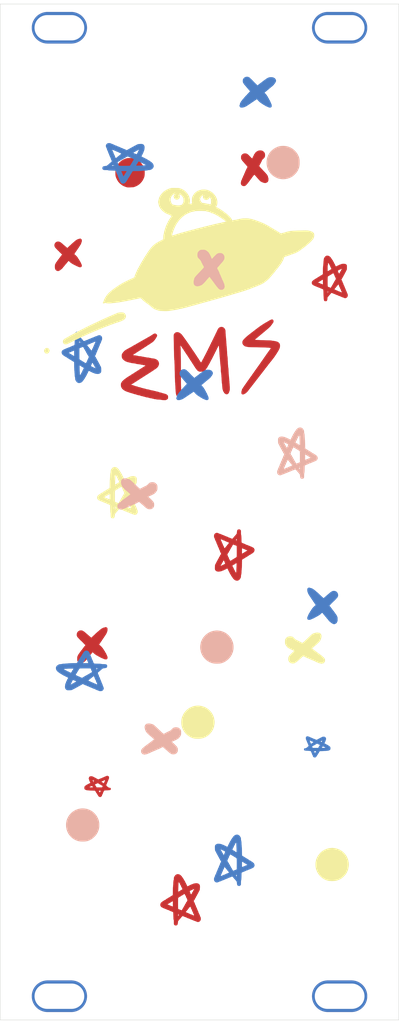
<source format=kicad_pcb>
(kicad_pcb (version 20211014) (generator pcbnew)
  (layers (0 "F.Cu" signal) (31 "B.Cu" signal) (36 "B.SilkS" user "B.Silkscreen") (37 "F.SilkS" user "F.Silkscreen") (38 "B.Mask" user) (39 "F.Mask" user) (44 "Edge.Cuts" user))
  (net 0 "")
  (footprint "ems-graphics:silkscreen-cross" (layer "F.Cu") (at 104 115 90)
    (fp_text reference "Ref**" hide)
    (fp_text value "Val**" hide)
  )
  (footprint "ems-graphics:silkscreen-circle" (layer "F.Cu") (at 107.5 142)
    (fp_text reference "Ref**" hide)
    (fp_text value "Val**" hide)
  )
  (footprint "ems-graphics:silkscreen-circle" (layer "F.Cu") (at 90.5 124)
    (fp_text reference "Ref**" hide)
    (fp_text value "Val**" hide)
  )
  (footprint "ems-graphics:copper-star" (layer "F.Cu") (at 95 102.5 180)
    (fp_text reference "Ref**" hide)
    (fp_text value "Val**" hide)
  )
  (footprint "ems-graphics:silkscreen-star" (layer "F.Cu") (at 80.5 95)
    (fp_text reference "Ref**" hide)
    (fp_text value "Val**" hide)
  )
  (footprint "Rumblesan_Footprints:PanelHole_3.2mm_M3_elongated" (layer "F.Cu") (at 73 158.5)
    (fp_text reference "REF**" hide)
    (fp_text value "PanelHole_3.2mm_M3_elongated" hide)
  )
  (footprint "ems-graphics:copper-star-small" (layer "F.Cu") (at 78 132 90)
    (fp_text reference "Ref**" hide)
    (fp_text value "Val**" hide)
  )
  (footprint "ems-graphics:waffles" (layer "F.Cu") (at 90.972326 69.9833)
    (fp_text reference "Ref**" hide)
    (fp_text value "Val**" hide)
  )
  (footprint "ems-graphics:copper-star" (layer "F.Cu") (at 88.5 146.5)
    (fp_text reference "Ref**" hide)
    (fp_text value "Val**" hide)
  )
  (footprint "Rumblesan_Footprints:PanelHole_3.2mm_M3_elongated" (layer "F.Cu") (at 73 36)
    (fp_text reference "REF**" hide)
    (fp_text value "PanelHole_3.2mm_M3_elongated" hide)
  )
  (footprint "Rumblesan_Footprints:PanelHole_3.2mm_M3_elongated" (layer "F.Cu") (at 108.5 158.5)
    (fp_text reference "REF**" hide)
    (fp_text value "PanelHole_3.2mm_M3_elongated" hide)
  )
  (footprint "ems-graphics:copper-cross" (layer "F.Cu") (at 77 114.5)
    (fp_text reference "Ref**" hide)
    (fp_text value "Val**" hide)
  )
  (footprint "Rumblesan_Footprints:PanelHole_3.2mm_M3_elongated" (layer "F.Cu") (at 108.5 36)
    (fp_text reference "REF**" hide)
    (fp_text value "PanelHole_3.2mm_M3_elongated" hide)
  )
  (footprint "ems-graphics:copper-cross" (layer "B.Cu") (at 98.5 44 -90)
    (fp_text reference "Ref**" hide)
    (fp_text value "Val**" hide)
  )
  (footprint "ems-graphics:copper-cross" (layer "B.Cu") (at 106.5 109.5 180)
    (fp_text reference "Ref**" hide)
    (fp_text value "Val**" hide)
  )
  (footprint "ems-graphics:copper-cross" (layer "B.Cu") (at 90.5 81 -90)
    (fp_text reference "Ref**" hide)
    (fp_text value "Val**" hide)
  )
  (footprint "ems-graphics:silkscreen-cross" (layer "B.Cu") (at 83 95.5 90)
    (fp_text reference "Ref**" hide)
    (fp_text value "Val**" hide)
  )
  (footprint "ems-graphics:copper-star" (layer "B.Cu") (at 81.5 53 90)
    (fp_text reference "Ref**" hide)
    (fp_text value "Val**" hide)
  )
  (footprint "ems-graphics:silkscreen-star" (layer "B.Cu") (at 103 90 180)
    (fp_text reference "Ref**" hide)
    (fp_text value "Val**" hide)
  )
  (footprint "ems-graphics:silkscreen-cross" (layer "B.Cu") (at 86 126.5 90)
    (fp_text reference "Ref**" hide)
    (fp_text value "Val**" hide)
  )
  (footprint "ems-graphics:silkscreen-circle" (layer "B.Cu") (at 101.5 53 -90)
    (fp_text reference "Ref**" hide)
    (fp_text value "Val**" hide)
  )
  (footprint "ems-graphics:silkscreen-circle" (layer "B.Cu") (at 93 114.5 180)
    (fp_text reference "Ref**" hide)
    (fp_text value "Val**" hide)
  )
  (footprint "ems-graphics:copper-star-small" (layer "B.Cu") (at 105.5 127 90)
    (fp_text reference "Ref**" hide)
    (fp_text value "Val**" hide)
  )
  (footprint "ems-graphics:silkscreen-cross" (layer "B.Cu") (at 92.5 66.5 180)
    (fp_text reference "Ref**" hide)
    (fp_text value "Val**" hide)
  )
  (footprint "ems-graphics:copper-star" (layer "B.Cu") (at 76 117.5 -90)
    (fp_text reference "Ref**" hide)
    (fp_text value "Val**" hide)
  )
  (footprint "ems-graphics:copper-star" (layer "B.Cu") (at 95 141.5 180)
    (fp_text reference "Ref**" hide)
    (fp_text value "Val**" hide)
  )
  (footprint "ems-graphics:silkscreen-circle" (layer "B.Cu") (at 76 137 180)
    (fp_text reference "Ref**" hide)
    (fp_text value "Val**" hide)
  )
  (footprint "ems-graphics:copper-star" (layer "B.Cu") (at 76 77.5)
    (fp_text reference "Ref**" hide)
    (fp_text value "Val**" hide)
  )
  (gr_line (start 65.5 33) (end 65.5 161.5) (layer "Edge.Cuts") (width 0.05))
  (gr_line (start 116 33) (end 65.5 33) (layer "Edge.Cuts") (width 0.05))
  (gr_line (start 116 161.5) (end 116 33) (layer "Edge.Cuts") (width 0.05))
  (gr_line (start 65.5 161.5) (end 116 161.5) (layer "Edge.Cuts") (width 0.05))
)
</source>
